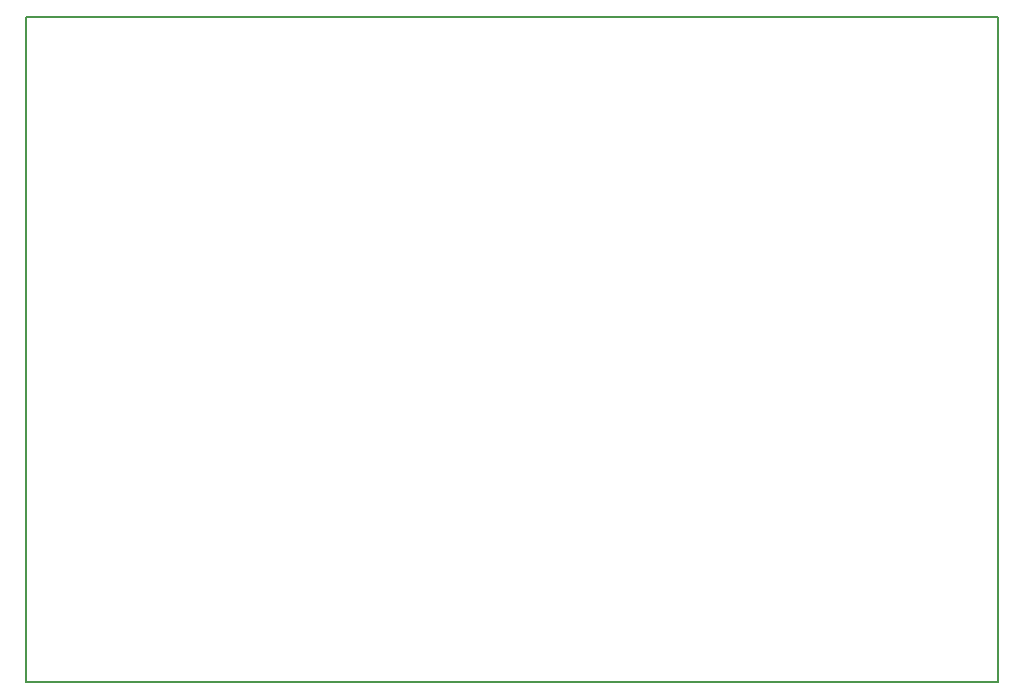
<source format=gm1>
G04 MADE WITH FRITZING*
G04 WWW.FRITZING.ORG*
G04 DOUBLE SIDED*
G04 HOLES PLATED*
G04 CONTOUR ON CENTER OF CONTOUR VECTOR*
%ASAXBY*%
%FSLAX23Y23*%
%MOIN*%
%OFA0B0*%
%SFA1.0B1.0*%
%ADD10R,3.248030X2.224410*%
%ADD11C,0.008000*%
%ADD10C,0.008*%
%LNCONTOUR*%
G90*
G70*
G54D10*
G54D11*
X4Y2220D02*
X3244Y2220D01*
X3244Y4D01*
X4Y4D01*
X4Y2220D01*
D02*
G04 End of contour*
M02*
</source>
